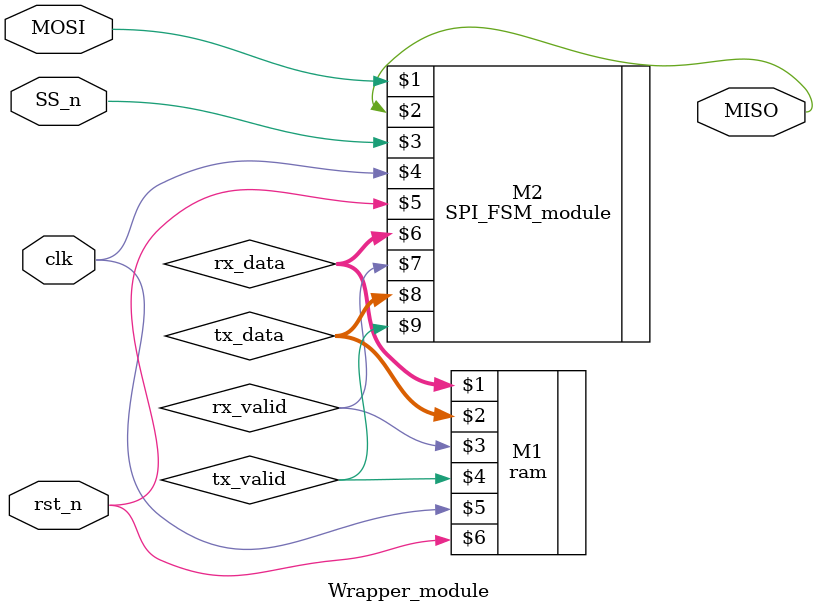
<source format=v>


module Wrapper_module(MOSI,MISO,SS_n,clk,rst_n);
    //Input output ports
    input MOSI,SS_n,clk,rst_n;
    output MISO;

    //Internal signals
    wire [9:0]rx_data;
    wire rx_valid,tx_valid;
    wire [7:0]tx_data;


    //Instantiations modules
    ram M1(rx_data,tx_data,rx_valid,tx_valid,clk,rst_n);
    SPI_FSM_module M2(MOSI,MISO,SS_n,clk,rst_n,rx_data,rx_valid,tx_data,tx_valid);
    
endmodule
</source>
